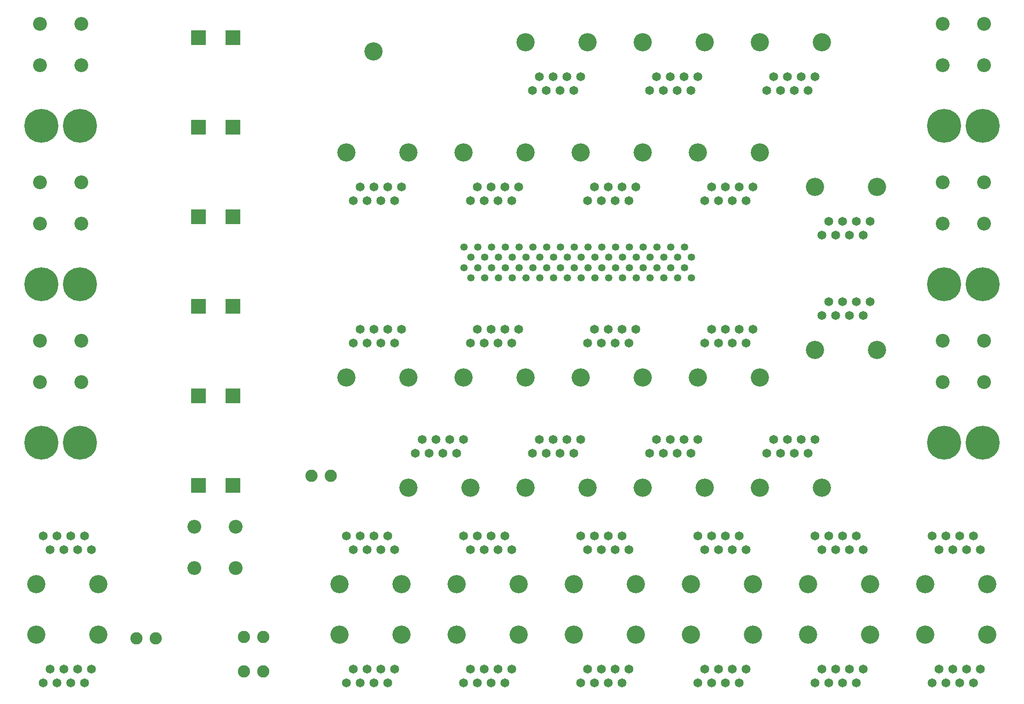
<source format=gts>
G75*
%MOIN*%
%OFA0B0*%
%FSLAX24Y24*%
%IPPOS*%
%LPD*%
%AMOC8*
5,1,8,0,0,1.08239X$1,22.5*
%
%ADD10C,0.0651*%
%ADD11C,0.1320*%
%ADD12C,0.0887*%
%ADD13C,0.0532*%
%ADD14C,0.1005*%
%ADD15C,0.2460*%
%ADD16R,0.1110X0.1110*%
D10*
X019668Y005661D03*
X020668Y005661D03*
X021668Y005661D03*
X022668Y005661D03*
X023168Y006661D03*
X022168Y006661D03*
X021168Y006661D03*
X020168Y006661D03*
X020168Y015326D03*
X021168Y015326D03*
X022168Y015326D03*
X023168Y015326D03*
X022668Y016326D03*
X021668Y016326D03*
X020668Y016326D03*
X019668Y016326D03*
X041668Y016326D03*
X042668Y016326D03*
X043668Y016326D03*
X044668Y016326D03*
X045168Y015326D03*
X044168Y015326D03*
X043168Y015326D03*
X042168Y015326D03*
X050168Y016326D03*
X051168Y016326D03*
X052168Y016326D03*
X053168Y016326D03*
X053668Y015326D03*
X052668Y015326D03*
X051668Y015326D03*
X050668Y015326D03*
X058668Y016326D03*
X059668Y016326D03*
X060668Y016326D03*
X061668Y016326D03*
X062168Y015326D03*
X061168Y015326D03*
X060168Y015326D03*
X059168Y015326D03*
X067168Y016326D03*
X068168Y016326D03*
X069168Y016326D03*
X070168Y016326D03*
X070668Y015326D03*
X069668Y015326D03*
X068668Y015326D03*
X067668Y015326D03*
X075668Y016326D03*
X076668Y016326D03*
X077668Y016326D03*
X078668Y016326D03*
X079168Y015326D03*
X078168Y015326D03*
X077168Y015326D03*
X076168Y015326D03*
X084168Y016326D03*
X085168Y016326D03*
X086168Y016326D03*
X087168Y016326D03*
X087668Y015326D03*
X086668Y015326D03*
X085668Y015326D03*
X084668Y015326D03*
X075168Y022326D03*
X074168Y022326D03*
X073168Y022326D03*
X072168Y022326D03*
X072668Y023326D03*
X073668Y023326D03*
X074668Y023326D03*
X075668Y023326D03*
X067168Y023326D03*
X066168Y023326D03*
X065168Y023326D03*
X064168Y023326D03*
X064668Y022326D03*
X065668Y022326D03*
X066668Y022326D03*
X063668Y022326D03*
X058668Y023326D03*
X057668Y023326D03*
X056668Y023326D03*
X055668Y023326D03*
X056168Y022326D03*
X057168Y022326D03*
X058168Y022326D03*
X055168Y022326D03*
X050168Y023326D03*
X049168Y023326D03*
X048168Y023326D03*
X047168Y023326D03*
X047668Y022326D03*
X048668Y022326D03*
X049668Y022326D03*
X046668Y022326D03*
X045168Y030326D03*
X044168Y030326D03*
X043168Y030326D03*
X042168Y030326D03*
X042668Y031326D03*
X043668Y031326D03*
X044668Y031326D03*
X045668Y031326D03*
X050668Y030326D03*
X051668Y030326D03*
X052668Y030326D03*
X053668Y030326D03*
X054168Y031326D03*
X053168Y031326D03*
X052168Y031326D03*
X051168Y031326D03*
X059168Y030326D03*
X060168Y030326D03*
X061168Y030326D03*
X062168Y030326D03*
X062668Y031326D03*
X061668Y031326D03*
X060668Y031326D03*
X059668Y031326D03*
X067668Y030326D03*
X068668Y030326D03*
X069668Y030326D03*
X070668Y030326D03*
X071168Y031326D03*
X070168Y031326D03*
X069168Y031326D03*
X068168Y031326D03*
X076168Y032326D03*
X077168Y032326D03*
X078168Y032326D03*
X079168Y032326D03*
X079668Y033326D03*
X078668Y033326D03*
X077668Y033326D03*
X076668Y033326D03*
X077168Y038161D03*
X078168Y038161D03*
X079168Y038161D03*
X079668Y039161D03*
X078668Y039161D03*
X077668Y039161D03*
X076668Y039161D03*
X076168Y038161D03*
X070668Y040661D03*
X069668Y040661D03*
X068668Y040661D03*
X067668Y040661D03*
X068168Y041661D03*
X069168Y041661D03*
X070168Y041661D03*
X071168Y041661D03*
X062668Y041661D03*
X061668Y041661D03*
X060668Y041661D03*
X059668Y041661D03*
X060168Y040661D03*
X061168Y040661D03*
X062168Y040661D03*
X059168Y040661D03*
X054168Y041661D03*
X053168Y041661D03*
X052168Y041661D03*
X051168Y041661D03*
X051668Y040661D03*
X052668Y040661D03*
X053668Y040661D03*
X050668Y040661D03*
X045668Y041661D03*
X044668Y041661D03*
X043668Y041661D03*
X042668Y041661D03*
X043168Y040661D03*
X044168Y040661D03*
X045168Y040661D03*
X042168Y040661D03*
X055168Y048661D03*
X056168Y048661D03*
X057168Y048661D03*
X058168Y048661D03*
X058668Y049661D03*
X057668Y049661D03*
X056668Y049661D03*
X055668Y049661D03*
X063668Y048661D03*
X064168Y049661D03*
X065168Y049661D03*
X066168Y049661D03*
X067168Y049661D03*
X066668Y048661D03*
X065668Y048661D03*
X064668Y048661D03*
X072168Y048661D03*
X073168Y048661D03*
X073668Y049661D03*
X074668Y049661D03*
X075668Y049661D03*
X075168Y048661D03*
X074168Y048661D03*
X072668Y049661D03*
X070668Y006661D03*
X069668Y006661D03*
X068668Y006661D03*
X067668Y006661D03*
X068168Y005661D03*
X069168Y005661D03*
X070168Y005661D03*
X067168Y005661D03*
X062168Y006661D03*
X061168Y006661D03*
X060168Y006661D03*
X059168Y006661D03*
X059668Y005661D03*
X060668Y005661D03*
X061668Y005661D03*
X058668Y005661D03*
X053668Y006661D03*
X052668Y006661D03*
X051668Y006661D03*
X050668Y006661D03*
X051168Y005661D03*
X052168Y005661D03*
X053168Y005661D03*
X050168Y005661D03*
X045168Y006661D03*
X044168Y006661D03*
X043168Y006661D03*
X042168Y006661D03*
X042668Y005661D03*
X043668Y005661D03*
X044668Y005661D03*
X041668Y005661D03*
X075668Y005661D03*
X076668Y005661D03*
X077668Y005661D03*
X078668Y005661D03*
X079168Y006661D03*
X078168Y006661D03*
X077168Y006661D03*
X076168Y006661D03*
X084168Y005661D03*
X085168Y005661D03*
X086168Y005661D03*
X087168Y005661D03*
X087668Y006661D03*
X086668Y006661D03*
X085668Y006661D03*
X084668Y006661D03*
D11*
X083668Y009161D03*
X088168Y009161D03*
X088168Y012826D03*
X083668Y012826D03*
X079668Y012826D03*
X075168Y012826D03*
X071168Y012826D03*
X066668Y012826D03*
X062668Y012826D03*
X058168Y012826D03*
X054168Y012826D03*
X049668Y012826D03*
X045668Y012826D03*
X041168Y012826D03*
X041168Y009161D03*
X045668Y009161D03*
X049668Y009161D03*
X054168Y009161D03*
X058168Y009161D03*
X062668Y009161D03*
X066668Y009161D03*
X071168Y009161D03*
X075168Y009161D03*
X079668Y009161D03*
X076168Y019826D03*
X071668Y019826D03*
X067668Y019826D03*
X063168Y019826D03*
X059168Y019826D03*
X054668Y019826D03*
X050668Y019826D03*
X046168Y019826D03*
X046168Y027826D03*
X050168Y027826D03*
X054668Y027826D03*
X058668Y027826D03*
X063168Y027826D03*
X067168Y027826D03*
X071668Y027826D03*
X075668Y029826D03*
X080168Y029826D03*
X080168Y041661D03*
X075668Y041661D03*
X071668Y044161D03*
X067168Y044161D03*
X063168Y044161D03*
X058668Y044161D03*
X054668Y044161D03*
X050168Y044161D03*
X046168Y044161D03*
X041668Y044161D03*
X043618Y051493D03*
X054668Y052161D03*
X059168Y052161D03*
X063168Y052161D03*
X067668Y052161D03*
X071668Y052161D03*
X076168Y052161D03*
X041668Y027826D03*
X023668Y012826D03*
X019168Y012826D03*
X019168Y009161D03*
X023668Y009161D03*
D12*
X026413Y008893D03*
X027823Y008893D03*
X034213Y008993D03*
X035623Y008993D03*
X035623Y006493D03*
X034213Y006493D03*
X039113Y020693D03*
X040523Y020693D03*
D13*
X050695Y035042D03*
X050195Y035792D03*
X051195Y035792D03*
X051695Y035042D03*
X052195Y035792D03*
X052695Y035042D03*
X053195Y035792D03*
X053695Y035042D03*
X054195Y035792D03*
X054695Y035042D03*
X055195Y035792D03*
X055695Y035042D03*
X056195Y035792D03*
X056695Y035042D03*
X057195Y035792D03*
X057695Y035042D03*
X058195Y035792D03*
X058695Y035042D03*
X059195Y035792D03*
X059695Y035042D03*
X060195Y035792D03*
X060695Y035042D03*
X061195Y035792D03*
X061695Y035042D03*
X062195Y035792D03*
X062695Y035042D03*
X063195Y035792D03*
X063695Y035042D03*
X064195Y035792D03*
X064695Y035042D03*
X065195Y035792D03*
X065695Y035042D03*
X066195Y035792D03*
X066695Y035042D03*
X066695Y036542D03*
X066195Y037292D03*
X065695Y036542D03*
X065195Y037292D03*
X064695Y036542D03*
X064195Y037292D03*
X063695Y036542D03*
X063195Y037292D03*
X062695Y036542D03*
X062195Y037292D03*
X061695Y036542D03*
X061195Y037292D03*
X060695Y036542D03*
X060195Y037292D03*
X059695Y036542D03*
X059195Y037292D03*
X058695Y036542D03*
X058195Y037292D03*
X057695Y036542D03*
X057195Y037292D03*
X056695Y036542D03*
X056195Y037292D03*
X055695Y036542D03*
X055195Y037292D03*
X054695Y036542D03*
X054195Y037292D03*
X053695Y036542D03*
X053195Y037292D03*
X052695Y036542D03*
X052195Y037292D03*
X051695Y036542D03*
X051195Y037292D03*
X050695Y036542D03*
X050195Y037292D03*
D14*
X022418Y038993D03*
X019418Y038993D03*
X019418Y041993D03*
X022418Y041993D03*
X022418Y050493D03*
X019418Y050493D03*
X019418Y053493D03*
X022418Y053493D03*
X022418Y030493D03*
X019418Y030493D03*
X019418Y027493D03*
X022418Y027493D03*
X030618Y016993D03*
X033618Y016993D03*
X033618Y013993D03*
X030618Y013993D03*
X084918Y027493D03*
X087918Y027493D03*
X087918Y030493D03*
X084918Y030493D03*
X084918Y038993D03*
X087918Y038993D03*
X087918Y041993D03*
X084918Y041993D03*
X084918Y050493D03*
X087918Y050493D03*
X087918Y053493D03*
X084918Y053493D03*
D15*
X085018Y046093D03*
X087818Y046093D03*
X087818Y034593D03*
X085018Y034593D03*
X085018Y023093D03*
X087818Y023093D03*
X022318Y023093D03*
X019518Y023093D03*
X019518Y034593D03*
X022318Y034593D03*
X022318Y046093D03*
X019518Y046093D03*
D16*
X030918Y045993D03*
X033418Y045993D03*
X033418Y039493D03*
X030918Y039493D03*
X030918Y032993D03*
X033418Y032993D03*
X033418Y026493D03*
X030918Y026493D03*
X030918Y019993D03*
X033418Y019993D03*
X033418Y052493D03*
X030918Y052493D03*
M02*

</source>
